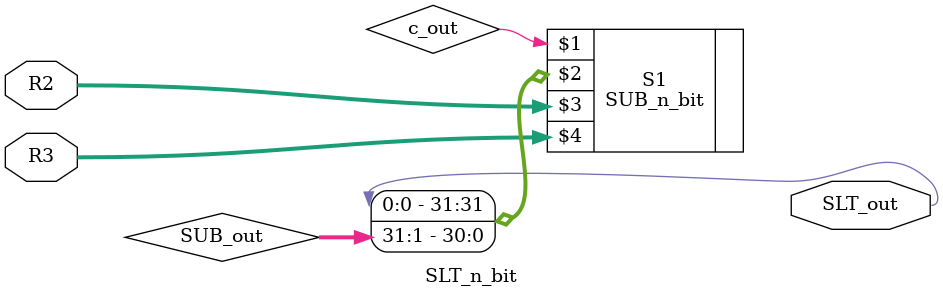
<source format=v>

module SLT_n_bit(SLT_out, R2, R3);

parameter	word_size = 32;

input		[31:0] R2, R3;
output	SLT_out;
wire		[31:0] SUB_out;
wire		c_out;

SUB_n_bit	#(word_size) S1 (c_out, {SLT_out, SUB_out[31:1]}, R2, R3);

endmodule

</source>
